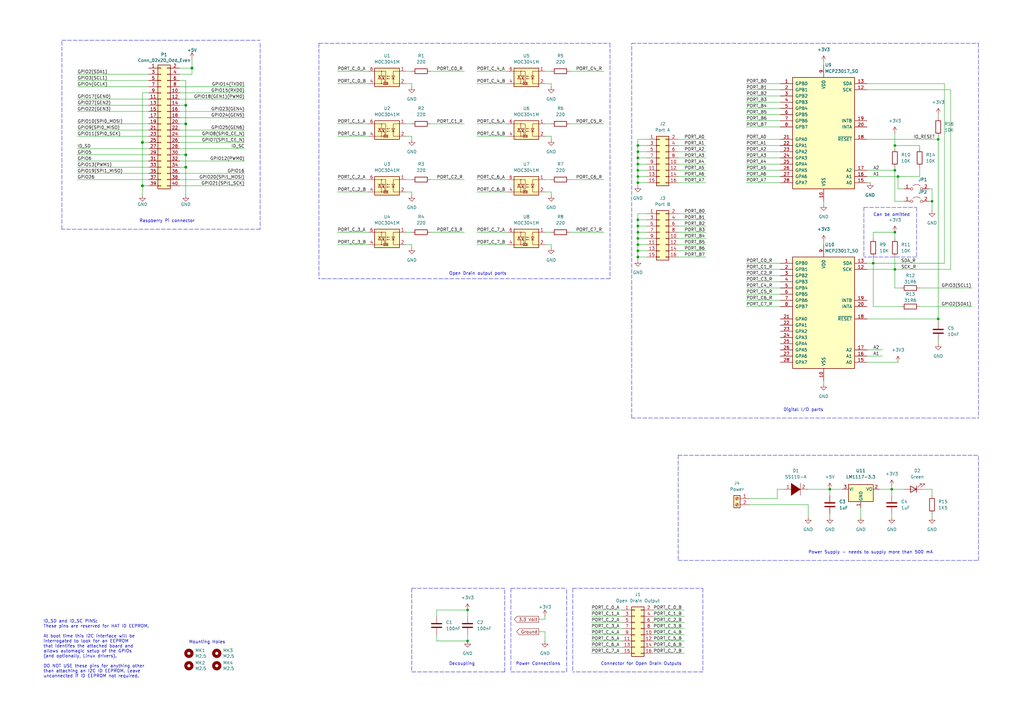
<source format=kicad_sch>
(kicad_sch (version 20211123) (generator eeschema)
  (paper "A3")
  (title_block (title "Digitial I/O Board for Raspberry Pi 3 based Open Tester") (date "2022-02-13") (rev "0.1") (company "Beech Grove"))
  (lib_symbols
    (symbol "Connector:Screw_Terminal_01x02" (pin_names (offset 1.016) hide)
      (property "Reference" "J" (at 0 2.54 0))
      (property "Value" "Screw_Terminal_01x02" (at 0 -5.08 0))
      (symbol "Screw_Terminal_01x02_1_1"
        (pin passive line (at -5.08 0 0) (length 3.81) (name "Pin_1") (number "1"))
        (pin passive line (at -5.08 -2.54 0) (length 3.81) (name "Pin_2") (number "2"))
      )
    )
    (symbol "Connector_Generic:Conn_02x08_Odd_Even" (pin_names (offset 1.016) hide)
      (property "Reference" "J" (at 1.27 10.16 0))
      (property "Value" "Conn_02x08_Odd_Even" (at 1.27 -12.7 0))
      (symbol "Conn_02x08_Odd_Even_1_1"
        (pin passive line (at -5.08 7.62 0) (length 3.81) (name "Pin_1") (number "1"))
        (pin passive line (at 7.62 -2.54 180) (length 3.81) (name "Pin_10") (number "10"))
        (pin passive line (at -5.08 -5.08 0) (length 3.81) (name "Pin_11") (number "11"))
        (pin passive line (at 7.62 -5.08 180) (length 3.81) (name "Pin_12") (number "12"))
        (pin passive line (at -5.08 -7.62 0) (length 3.81) (name "Pin_13") (number "13"))
        (pin passive line (at 7.62 -7.62 180) (length 3.81) (name "Pin_14") (number "14"))
        (pin passive line (at -5.08 -10.16 0) (length 3.81) (name "Pin_15") (number "15"))
        (pin passive line (at 7.62 -10.16 180) (length 3.81) (name "Pin_16") (number "16"))
        (pin passive line (at 7.62 7.62 180) (length 3.81) (name "Pin_2") (number "2"))
        (pin passive line (at -5.08 5.08 0) (length 3.81) (name "Pin_3") (number "3"))
        (pin passive line (at 7.62 5.08 180) (length 3.81) (name "Pin_4") (number "4"))
        (pin passive line (at -5.08 2.54 0) (length 3.81) (name "Pin_5") (number "5"))
        (pin passive line (at 7.62 2.54 180) (length 3.81) (name "Pin_6") (number "6"))
        (pin passive line (at -5.08 0 0) (length 3.81) (name "Pin_7") (number "7"))
        (pin passive line (at 7.62 0 180) (length 3.81) (name "Pin_8") (number "8"))
        (pin passive line (at -5.08 -2.54 0) (length 3.81) (name "Pin_9") (number "9"))
      )
    )
    (symbol "Connector_Generic:Conn_02x20_Odd_Even" (pin_names (offset 1.016) hide)
      (property "Reference" "J" (at 1.27 25.4 0))
      (property "Value" "Conn_02x20_Odd_Even" (at 1.27 -27.94 0))
      (symbol "Conn_02x20_Odd_Even_1_1"
        (pin passive line (at -5.08 22.86 0) (length 3.81) (name "Pin_1") (number "1"))
        (pin passive line (at 7.62 12.7 180) (length 3.81) (name "Pin_10") (number "10"))
        (pin passive line (at -5.08 10.16 0) (length 3.81) (name "Pin_11") (number "11"))
        (pin passive line (at 7.62 10.16 180) (length 3.81) (name "Pin_12") (number "12"))
        (pin passive line (at -5.08 7.62 0) (length 3.81) (name "Pin_13") (number "13"))
        (pin passive line (at 7.62 7.62 180) (length 3.81) (name "Pin_14") (number "14"))
        (pin passive line (at -5.08 5.08 0) (length 3.81) (name "Pin_15") (number "15"))
        (pin passive line (at 7.62 5.08 180) (length 3.81) (name "Pin_16") (number "16"))
        (pin passive line (at -5.08 2.54 0) (length 3.81) (name "Pin_17") (number "17"))
        (pin passive line (at 7.62 2.54 180) (length 3.81) (name "Pin_18") (number "18"))
        (pin passive line (at -5.08 0 0) (length 3.81) (name "Pin_19") (number "19"))
        (pin passive line (at 7.62 22.86 180) (length 3.81) (name "Pin_2") (number "2"))
        (pin passive line (at 7.62 0 180) (length 3.81) (name "Pin_20") (number "20"))
        (pin passive line (at -5.08 -2.54 0) (length 3.81) (name "Pin_21") (number "21"))
        (pin passive line (at 7.62 -2.54 180) (length 3.81) (name "Pin_22") (number "22"))
        (pin passive line (at -5.08 -5.08 0) (length 3.81) (name "Pin_23") (number "23"))
        (pin passive line (at 7.62 -5.08 180) (length 3.81) (name "Pin_24") (number "24"))
        (pin passive line (at -5.08 -7.62 0) (length 3.81) (name "Pin_25") (number "25"))
        (pin passive line (at 7.62 -7.62 180) (length 3.81) (name "Pin_26") (number "26"))
        (pin passive line (at -5.08 -10.16 0) (length 3.81) (name "Pin_27") (number "27"))
        (pin passive line (at 7.62 -10.16 180) (length 3.81) (name "Pin_28") (number "28"))
        (pin passive line (at -5.08 -12.7 0) (length 3.81) (name "Pin_29") (number "29"))
        (pin passive line (at -5.08 20.32 0) (length 3.81) (name "Pin_3") (number "3"))
        (pin passive line (at 7.62 -12.7 180) (length 3.81) (name "Pin_30") (number "30"))
        (pin passive line (at -5.08 -15.24 0) (length 3.81) (name "Pin_31") (number "31"))
        (pin passive line (at 7.62 -15.24 180) (length 3.81) (name "Pin_32") (number "32"))
        (pin passive line (at -5.08 -17.78 0) (length 3.81) (name "Pin_33") (number "33"))
        (pin passive line (at 7.62 -17.78 180) (length 3.81) (name "Pin_34") (number "34"))
        (pin passive line (at -5.08 -20.32 0) (length 3.81) (name "Pin_35") (number "35"))
        (pin passive line (at 7.62 -20.32 180) (length 3.81) (name "Pin_36") (number "36"))
        (pin passive line (at -5.08 -22.86 0) (length 3.81) (name "Pin_37") (number "37"))
        (pin passive line (at 7.62 -22.86 180) (length 3.81) (name "Pin_38") (number "38"))
        (pin passive line (at -5.08 -25.4 0) (length 3.81) (name "Pin_39") (number "39"))
        (pin passive line (at 7.62 20.32 180) (length 3.81) (name "Pin_4") (number "4"))
        (pin passive line (at 7.62 -25.4 180) (length 3.81) (name "Pin_40") (number "40"))
        (pin passive line (at -5.08 17.78 0) (length 3.81) (name "Pin_5") (number "5"))
        (pin passive line (at 7.62 17.78 180) (length 3.81) (name "Pin_6") (number "6"))
        (pin passive line (at -5.08 15.24 0) (length 3.81) (name "Pin_7") (number "7"))
        (pin passive line (at 7.62 15.24 180) (length 3.81) (name "Pin_8") (number "8"))
        (pin passive line (at -5.08 12.7 0) (length 3.81) (name "Pin_9") (number "9"))
      )
    )
    (symbol "Device:C" (pin_numbers hide) (pin_names (offset 0.254))
      (property "Reference" "C" (at 0.635 2.54 0))
      (property "Value" "C" (at 0.635 -2.54 0))
      (symbol "C_1_1"
        (pin passive line (at 0 3.81 270) (length 2.794) (name "~") (number "1"))
        (pin passive line (at 0 -3.81 90) (length 2.794) (name "~") (number "2"))
      )
    )
    (symbol "Device:LED" (pin_numbers hide) (pin_names (offset 1.016) hide)
      (property "Reference" "D" (at 0 2.54 0))
      (property "Value" "LED" (at 0 -2.54 0))
      (symbol "LED_1_1"
        (pin passive line (at -3.81 0 0) (length 2.54) (name "K") (number "1"))
        (pin passive line (at 3.81 0 180) (length 2.54) (name "A") (number "2"))
      )
    )
    (symbol "Device:R" (pin_numbers hide) (pin_names (offset 0))
      (property "Reference" "R" (at 2.032 0 90))
      (property "Value" "R" (at 0 0 90))
      (symbol "R_1_1"
        (pin passive line (at 0 3.81 270) (length 1.27) (name "~") (number "1"))
        (pin passive line (at 0 -3.81 90) (length 1.27) (name "~") (number "2"))
      )
    )
    (symbol "Interface_Expansion:MCP23017_SO" (pin_names (offset 1.016))
      (property "Reference" "U" (at -11.43 24.13 0))
      (property "Value" "MCP23017_SO" (at 0 0 0))
      (symbol "MCP23017_SO_1_1"
        (pin bidirectional line (at 17.78 20.32 180) (length 5.08) (name "GPB0") (number "1"))
        (pin power_in line (at 0 -27.94 90) (length 5.08) (name "VSS") (number "10"))
        (pin no_connect line (at -12.7 15.24 0) (length 5.08) hide (name "NC") (number "11"))
        (pin input line (at -17.78 17.78 0) (length 5.08) (name "SCK") (number "12"))
        (pin bidirectional line (at -17.78 20.32 0) (length 5.08) (name "SDA") (number "13"))
        (pin no_connect line (at -12.7 12.7 0) (length 5.08) hide (name "NC") (number "14"))
        (pin input line (at -17.78 -20.32 0) (length 5.08) (name "A0") (number "15"))
        (pin input line (at -17.78 -17.78 0) (length 5.08) (name "A1") (number "16"))
        (pin input line (at -17.78 -15.24 0) (length 5.08) (name "A2") (number "17"))
        (pin input line (at -17.78 -2.54 0) (length 5.08) (name "~{RESET}") (number "18"))
        (pin tri_state line (at -17.78 5.08 0) (length 5.08) (name "INTB") (number "19"))
        (pin bidirectional line (at 17.78 17.78 180) (length 5.08) (name "GPB1") (number "2"))
        (pin tri_state line (at -17.78 2.54 0) (length 5.08) (name "INTA") (number "20"))
        (pin bidirectional line (at 17.78 -2.54 180) (length 5.08) (name "GPA0") (number "21"))
        (pin bidirectional line (at 17.78 -5.08 180) (length 5.08) (name "GPA1") (number "22"))
        (pin bidirectional line (at 17.78 -7.62 180) (length 5.08) (name "GPA2") (number "23"))
        (pin bidirectional line (at 17.78 -10.16 180) (length 5.08) (name "GPA3") (number "24"))
        (pin bidirectional line (at 17.78 -12.7 180) (length 5.08) (name "GPA4") (number "25"))
        (pin bidirectional line (at 17.78 -15.24 180) (length 5.08) (name "GPA5") (number "26"))
        (pin bidirectional line (at 17.78 -17.78 180) (length 5.08) (name "GPA6") (number "27"))
        (pin bidirectional line (at 17.78 -20.32 180) (length 5.08) (name "GPA7") (number "28"))
        (pin bidirectional line (at 17.78 15.24 180) (length 5.08) (name "GPB2") (number "3"))
        (pin bidirectional line (at 17.78 12.7 180) (length 5.08) (name "GPB3") (number "4"))
        (pin bidirectional line (at 17.78 10.16 180) (length 5.08) (name "GPB4") (number "5"))
        (pin bidirectional line (at 17.78 7.62 180) (length 5.08) (name "GPB5") (number "6"))
        (pin bidirectional line (at 17.78 5.08 180) (length 5.08) (name "GPB6") (number "7"))
        (pin bidirectional line (at 17.78 2.54 180) (length 5.08) (name "GPB7") (number "8"))
        (pin power_in line (at 0 27.94 270) (length 5.08) (name "VDD") (number "9"))
      )
    )
    (symbol "Jumper:Jumper_2_Open" (pin_names (offset 0) hide)
      (property "Reference" "JP" (at 0 2.794 0))
      (property "Value" "Jumper_2_Open" (at 0 -2.286 0))
      (symbol "Jumper_2_Open_1_1"
        (pin passive line (at -5.08 0 0) (length 2.54) (name "A") (number "1"))
        (pin passive line (at 5.08 0 180) (length 2.54) (name "B") (number "2"))
      )
    )
    (symbol "Mechanical:MountingHole" (pin_names (offset 1.016))
      (property "Reference" "H" (at 0 5.08 0))
      (property "Value" "MountingHole" (at 0 3.175 0))
    )
    (symbol "Regulator_Linear:LM1117-3.3" (pin_names (offset 0.254))
      (property "Reference" "U" (at -3.81 3.175 0))
      (property "Value" "LM1117-3.3" (at 0 3.175 0))
      (symbol "LM1117-3.3_1_1"
        (pin power_in line (at 0 -7.62 90) (length 2.54) (name "GND") (number "1"))
        (pin power_out line (at 7.62 0 180) (length 2.54) (name "VO") (number "2"))
        (pin power_in line (at -7.62 0 0) (length 2.54) (name "VI") (number "3"))
      )
    )
    (symbol "Relay_SolidState:MOC3041M"
      (property "Reference" "U" (at -5.08 5.08 0))
      (property "Value" "MOC3041M" (at 0 5.08 0))
      (symbol "MOC3041M_0_0"
        (text "ZCD" (at 0.508 -2.54 0) (effects (font (size 0.508 0.508))))
      )
      (symbol "MOC3041M_1_1"
        (pin passive line (at -7.62 2.54 0) (length 2.54) (name "~") (number "1"))
        (pin passive line (at -7.62 -2.54 0) (length 2.54) (name "~") (number "2"))
        (pin no_connect line (at -5.08 0 0) (length 2.54) hide (name "NC") (number "3"))
        (pin passive line (at 7.62 -2.54 180) (length 2.54) (name "~") (number "4"))
        (pin no_connect line (at 5.08 0 180) (length 2.54) hide (name "NC") (number "5"))
        (pin passive line (at 7.62 2.54 180) (length 2.54) (name "~") (number "6"))
      )
    )
    (symbol "power:+3.3V" (power) (pin_names (offset 0))
      (property "Value" "+3.3V" (at 0 3.556 0))
      (symbol "+3.3V_1_1"
        (pin power_in line (at 0 0 90) (length 0) hide (name "+3V3") (number "1"))
      )
    )
    (symbol "power:+5V" (power) (pin_names (offset 0))
      (property "Value" "+5V" (at 0 3.556 0))
      (symbol "+5V_1_1"
        (pin power_in line (at 0 0 90) (length 0) hide (name "+5V") (number "1"))
      )
    )
    (symbol "power:GND" (power) (pin_names (offset 0))
      (property "Value" "GND" (at 0 -3.81 0))
      (symbol "GND_1_1"
        (pin power_in line (at 0 0 270) (length 0) hide (name "GND") (number "1"))
      )
    )
    (symbol "pspice:DIODE" (pin_names (offset 1.016) hide)
      (property "Reference" "D" (at 0 3.81 0))
      (property "Value" "DIODE" (at 0 -4.445 0))
      (symbol "DIODE_1_1"
        (pin input line (at -5.08 0 0) (length 3.81) (name "K") (number "1"))
        (pin input line (at 5.08 0 180) (length 3.81) (name "A") (number "2"))
      )
    )
  )
  (junction (at 340.36 200.66))
  (junction (at 261.62 67.31))
  (junction (at 367.03 95.25))
  (junction (at 261.62 90.17))
  (junction (at 367.03 69.85))
  (junction (at 76.2 43.18) (diameter 1.016))
  (junction (at 76.2 63.5) (diameter 1.016))
  (junction (at 261.62 95.25))
  (junction (at 261.62 74.93))
  (junction (at 368.3 72.39))
  (junction (at 76.2 50.8) (diameter 1.016))
  (junction (at 367.03 59.69))
  (junction (at 191.77 262.89))
  (junction (at 261.62 97.79))
  (junction (at 261.62 59.69))
  (junction (at 367.03 110.49))
  (junction (at 261.62 100.33))
  (junction (at 191.77 250.19))
  (junction (at 261.62 69.85))
  (junction (at 261.62 62.23))
  (junction (at 358.14 107.95))
  (junction (at 384.81 57.15))
  (junction (at 261.62 105.41))
  (junction (at 76.2 68.58) (diameter 1.016))
  (junction (at 261.62 64.77))
  (junction (at 382.27 82.55))
  (junction (at 78.74 27.94) (diameter 1.016))
  (junction (at 58.42 76.2) (diameter 1.016))
  (junction (at 384.81 130.81))
  (junction (at 261.62 92.71))
  (junction (at 365.76 200.66))
  (junction (at 261.62 102.87))
  (junction (at 261.62 72.39))
  (junction (at 58.42 58.42) (diameter 1.016))
  (wire (pts (xy 261.62 74.93) (xy 265.43 74.93)))
  (wire (pts (xy 261.62 102.87) (xy 261.62 105.41)))
  (wire (pts (xy 195.58 95.25) (xy 208.28 95.25)))
  (wire (pts (xy 353.06 208.28) (xy 353.06 212.09)))
  (wire (pts (xy 278.13 92.71) (xy 289.56 92.71)))
  (wire (pts (xy 191.77 250.19) (xy 191.77 252.73)))
  (wire (pts (xy 179.07 252.73) (xy 179.07 250.19)))
  (wire (pts (xy 226.06 55.88) (xy 226.06 57.15)))
  (wire (pts (xy 168.91 34.29) (xy 168.91 35.56)))
  (polyline (pts (xy 209.55 275.59) (xy 232.41 275.59)))
  (wire (pts (xy 367.03 69.85) (xy 367.03 82.55)))
  (wire (pts (xy 191.77 262.89) (xy 191.77 260.35)))
  (wire (pts (xy 73.66 71.12) (xy 100.33 71.12)))
  (polyline (pts (xy 130.81 17.78) (xy 250.19 17.78)))
  (wire (pts (xy 358.14 105.41) (xy 358.14 107.95)))
  (wire (pts (xy 78.74 27.94) (xy 78.74 30.48)))
  (wire (pts (xy 306.07 69.85) (xy 320.04 69.85)))
  (wire (pts (xy 261.62 69.85) (xy 265.43 69.85)))
  (wire (pts (xy 261.62 57.15) (xy 265.43 57.15)))
  (wire (pts (xy 278.13 59.69) (xy 289.56 59.69)))
  (wire (pts (xy 261.62 90.17) (xy 265.43 90.17)))
  (wire (pts (xy 261.62 105.41) (xy 265.43 105.41)))
  (wire (pts (xy 355.6 74.93) (xy 356.87 74.93)))
  (wire (pts (xy 355.6 110.49) (xy 367.03 110.49)))
  (wire (pts (xy 261.62 59.69) (xy 261.62 62.23)))
  (polyline (pts (xy 259.08 171.45) (xy 259.08 17.78)))
  (wire (pts (xy 378.46 200.66) (xy 382.27 200.66)))
  (wire (pts (xy 76.2 43.18) (xy 76.2 50.8)))
  (wire (pts (xy 138.43 95.25) (xy 151.13 95.25)))
  (wire (pts (xy 278.13 69.85) (xy 289.56 69.85)))
  (wire (pts (xy 73.66 35.56) (xy 100.33 35.56)))
  (wire (pts (xy 368.3 77.47) (xy 368.3 72.39)))
  (wire (pts (xy 367.03 60.96) (xy 367.03 59.69)))
  (polyline (pts (xy 250.19 114.3) (xy 130.81 114.3)))
  (wire (pts (xy 168.91 100.33) (xy 168.91 101.6)))
  (wire (pts (xy 138.43 29.21) (xy 151.13 29.21)))
  (wire (pts (xy 367.03 69.85) (xy 367.03 68.58)))
  (polyline (pts (xy 232.41 275.59) (xy 232.41 241.3)))
  (wire (pts (xy 278.13 97.79) (xy 289.56 97.79)))
  (polyline (pts (xy 259.08 17.78) (xy 401.32 17.78)))
  (wire (pts (xy 261.62 62.23) (xy 261.62 64.77)))
  (wire (pts (xy 381 77.47) (xy 382.27 77.47)))
  (wire (pts (xy 261.62 72.39) (xy 265.43 72.39)))
  (wire (pts (xy 261.62 74.93) (xy 261.62 76.2)))
  (wire (pts (xy 382.27 77.47) (xy 382.27 82.55)))
  (wire (pts (xy 355.6 72.39) (xy 368.3 72.39)))
  (wire (pts (xy 261.62 102.87) (xy 265.43 102.87)))
  (wire (pts (xy 331.47 200.66) (xy 340.36 200.66)))
  (polyline (pts (xy 259.08 171.45) (xy 401.32 171.45)))
  (wire (pts (xy 223.52 55.88) (xy 226.06 55.88)))
  (wire (pts (xy 76.2 33.02) (xy 73.66 33.02)))
  (wire (pts (xy 166.37 29.21) (xy 168.91 29.21)))
  (wire (pts (xy 73.66 66.04) (xy 100.33 66.04)))
  (wire (pts (xy 31.75 53.34) (xy 60.96 53.34)))
  (wire (pts (xy 195.58 34.29) (xy 208.28 34.29)))
  (wire (pts (xy 242.57 255.27) (xy 255.27 255.27)))
  (wire (pts (xy 261.62 100.33) (xy 265.43 100.33)))
  (wire (pts (xy 261.62 92.71) (xy 265.43 92.71)))
  (polyline (pts (xy 401.32 229.87) (xy 401.32 186.69)))
  (wire (pts (xy 60.96 60.96) (xy 31.75 60.96)))
  (wire (pts (xy 381 82.55) (xy 382.27 82.55)))
  (wire (pts (xy 138.43 78.74) (xy 151.13 78.74)))
  (wire (pts (xy 278.13 102.87) (xy 289.56 102.87)))
  (wire (pts (xy 76.2 43.18) (xy 73.66 43.18)))
  (wire (pts (xy 365.76 199.39) (xy 365.76 200.66)))
  (wire (pts (xy 306.07 36.83) (xy 320.04 36.83)))
  (wire (pts (xy 377.19 59.69) (xy 377.19 60.96)))
  (wire (pts (xy 278.13 105.41) (xy 289.56 105.41)))
  (wire (pts (xy 358.14 107.95) (xy 387.35 107.95)))
  (polyline (pts (xy 401.32 17.78) (xy 401.32 171.45)))
  (wire (pts (xy 377.19 72.39) (xy 377.19 68.58)))
  (wire (pts (xy 306.07 59.69) (xy 320.04 59.69)))
  (wire (pts (xy 31.75 63.5) (xy 60.96 63.5)))
  (wire (pts (xy 261.62 64.77) (xy 261.62 67.31)))
  (wire (pts (xy 306.07 57.15) (xy 320.04 57.15)))
  (wire (pts (xy 382.27 210.82) (xy 382.27 212.09)))
  (wire (pts (xy 306.07 44.45) (xy 320.04 44.45)))
  (wire (pts (xy 166.37 100.33) (xy 168.91 100.33)))
  (wire (pts (xy 58.42 38.1) (xy 60.96 38.1)))
  (wire (pts (xy 367.03 82.55) (xy 370.84 82.55)))
  (wire (pts (xy 358.14 125.73) (xy 358.14 107.95)))
  (wire (pts (xy 278.13 95.25) (xy 289.56 95.25)))
  (wire (pts (xy 267.97 255.27) (xy 280.67 255.27)))
  (wire (pts (xy 195.58 55.88) (xy 208.28 55.88)))
  (wire (pts (xy 76.2 50.8) (xy 73.66 50.8)))
  (wire (pts (xy 166.37 55.88) (xy 168.91 55.88)))
  (wire (pts (xy 60.96 30.48) (xy 31.75 30.48)))
  (wire (pts (xy 331.47 207.01) (xy 331.47 212.09)))
  (wire (pts (xy 220.98 259.08) (xy 223.52 259.08)))
  (wire (pts (xy 337.82 99.06) (xy 337.82 100.33)))
  (wire (pts (xy 73.66 76.2) (xy 100.33 76.2)))
  (wire (pts (xy 242.57 267.97) (xy 255.27 267.97)))
  (wire (pts (xy 242.57 260.35) (xy 255.27 260.35)))
  (wire (pts (xy 337.82 25.4) (xy 337.82 26.67)))
  (wire (pts (xy 387.35 34.29) (xy 387.35 107.95)))
  (wire (pts (xy 306.07 41.91) (xy 320.04 41.91)))
  (wire (pts (xy 138.43 55.88) (xy 151.13 55.88)))
  (wire (pts (xy 31.75 71.12) (xy 60.96 71.12)))
  (wire (pts (xy 195.58 29.21) (xy 208.28 29.21)))
  (wire (pts (xy 384.81 139.7) (xy 384.81 140.97)))
  (polyline (pts (xy 209.55 241.3) (xy 209.55 275.59)))
  (wire (pts (xy 31.75 45.72) (xy 60.96 45.72)))
  (wire (pts (xy 261.62 90.17) (xy 261.62 92.71)))
  (wire (pts (xy 223.52 254) (xy 223.52 252.73)))
  (wire (pts (xy 261.62 95.25) (xy 265.43 95.25)))
  (wire (pts (xy 242.57 257.81) (xy 255.27 257.81)))
  (wire (pts (xy 168.91 55.88) (xy 168.91 57.15)))
  (wire (pts (xy 179.07 250.19) (xy 191.77 250.19)))
  (polyline (pts (xy 278.13 229.87) (xy 401.32 229.87)))
  (wire (pts (xy 73.66 58.42) (xy 100.33 58.42)))
  (wire (pts (xy 31.75 73.66) (xy 60.96 73.66)))
  (wire (pts (xy 345.44 200.66) (xy 340.36 200.66)))
  (wire (pts (xy 306.07 52.07) (xy 320.04 52.07)))
  (wire (pts (xy 306.07 115.57) (xy 320.04 115.57)))
  (wire (pts (xy 267.97 252.73) (xy 280.67 252.73)))
  (wire (pts (xy 306.07 67.31) (xy 320.04 67.31)))
  (wire (pts (xy 382.27 200.66) (xy 382.27 203.2)))
  (wire (pts (xy 233.68 95.25) (xy 247.65 95.25)))
  (wire (pts (xy 318.77 204.47) (xy 307.34 204.47)))
  (polyline (pts (xy 25.4 93.98) (xy 25.4 16.51)))
  (wire (pts (xy 223.52 34.29) (xy 226.06 34.29)))
  (wire (pts (xy 367.03 54.61) (xy 367.03 59.69)))
  (wire (pts (xy 340.36 210.82) (xy 340.36 212.09)))
  (wire (pts (xy 261.62 59.69) (xy 265.43 59.69)))
  (wire (pts (xy 179.07 262.89) (xy 191.77 262.89)))
  (wire (pts (xy 306.07 120.65) (xy 320.04 120.65)))
  (wire (pts (xy 176.53 95.25) (xy 190.5 95.25)))
  (wire (pts (xy 261.62 95.25) (xy 261.62 97.79)))
  (wire (pts (xy 73.66 48.26) (xy 100.33 48.26)))
  (wire (pts (xy 355.6 148.59) (xy 368.3 148.59)))
  (polyline (pts (xy 354.33 85.09) (xy 375.92 85.09)))
  (polyline (pts (xy 288.29 241.3) (xy 288.29 275.59)))
  (wire (pts (xy 60.96 50.8) (xy 31.75 50.8)))
  (wire (pts (xy 31.75 33.02) (xy 60.96 33.02)))
  (wire (pts (xy 138.43 73.66) (xy 151.13 73.66)))
  (wire (pts (xy 76.2 63.5) (xy 76.2 68.58)))
  (wire (pts (xy 321.31 200.66) (xy 318.77 200.66)))
  (wire (pts (xy 233.68 73.66) (xy 247.65 73.66)))
  (polyline (pts (xy 375.92 105.41) (xy 354.33 105.41)))
  (wire (pts (xy 58.42 58.42) (xy 58.42 76.2)))
  (wire (pts (xy 306.07 39.37) (xy 320.04 39.37)))
  (wire (pts (xy 267.97 257.81) (xy 280.67 257.81)))
  (wire (pts (xy 223.52 100.33) (xy 226.06 100.33)))
  (wire (pts (xy 358.14 95.25) (xy 367.03 95.25)))
  (wire (pts (xy 78.74 27.94) (xy 73.66 27.94)))
  (polyline (pts (xy 278.13 186.69) (xy 401.32 186.69)))
  (wire (pts (xy 195.58 50.8) (xy 208.28 50.8)))
  (wire (pts (xy 367.03 59.69) (xy 377.19 59.69)))
  (wire (pts (xy 226.06 78.74) (xy 226.06 80.01)))
  (wire (pts (xy 261.62 64.77) (xy 265.43 64.77)))
  (wire (pts (xy 367.03 95.25) (xy 367.03 97.79)))
  (wire (pts (xy 176.53 50.8) (xy 190.5 50.8)))
  (polyline (pts (xy 354.33 85.09) (xy 354.33 105.41)))
  (wire (pts (xy 78.74 30.48) (xy 73.66 30.48)))
  (wire (pts (xy 337.82 82.55) (xy 337.82 83.82)))
  (wire (pts (xy 58.42 76.2) (xy 60.96 76.2)))
  (wire (pts (xy 306.07 74.93) (xy 320.04 74.93)))
  (wire (pts (xy 337.82 156.21) (xy 337.82 157.48)))
  (wire (pts (xy 307.34 207.01) (xy 331.47 207.01)))
  (wire (pts (xy 389.89 110.49) (xy 389.89 36.83)))
  (wire (pts (xy 370.84 77.47) (xy 368.3 77.47)))
  (wire (pts (xy 367.03 105.41) (xy 367.03 110.49)))
  (wire (pts (xy 278.13 62.23) (xy 289.56 62.23)))
  (wire (pts (xy 365.76 200.66) (xy 370.84 200.66)))
  (wire (pts (xy 267.97 262.89) (xy 280.67 262.89)))
  (wire (pts (xy 166.37 73.66) (xy 168.91 73.66)))
  (wire (pts (xy 58.42 38.1) (xy 58.42 58.42)))
  (wire (pts (xy 267.97 250.19) (xy 280.67 250.19)))
  (wire (pts (xy 261.62 67.31) (xy 265.43 67.31)))
  (wire (pts (xy 261.62 87.63) (xy 261.62 90.17)))
  (wire (pts (xy 138.43 100.33) (xy 151.13 100.33)))
  (wire (pts (xy 355.6 143.51) (xy 361.95 143.51)))
  (wire (pts (xy 73.66 53.34) (xy 100.33 53.34)))
  (wire (pts (xy 220.98 254) (xy 223.52 254)))
  (wire (pts (xy 223.52 73.66) (xy 226.06 73.66)))
  (wire (pts (xy 306.07 72.39) (xy 320.04 72.39)))
  (wire (pts (xy 261.62 57.15) (xy 261.62 59.69)))
  (polyline (pts (xy 106.68 17.78) (xy 106.68 93.98)))
  (wire (pts (xy 223.52 29.21) (xy 226.06 29.21)))
  (wire (pts (xy 223.52 78.74) (xy 226.06 78.74)))
  (wire (pts (xy 233.68 29.21) (xy 247.65 29.21)))
  (wire (pts (xy 306.07 49.53) (xy 320.04 49.53)))
  (polyline (pts (xy 250.19 17.78) (xy 250.19 114.3)))
  (wire (pts (xy 223.52 50.8) (xy 226.06 50.8)))
  (wire (pts (xy 278.13 64.77) (xy 289.56 64.77)))
  (wire (pts (xy 76.2 33.02) (xy 76.2 43.18)))
  (wire (pts (xy 195.58 100.33) (xy 208.28 100.33)))
  (wire (pts (xy 306.07 46.99) (xy 320.04 46.99)))
  (wire (pts (xy 226.06 34.29) (xy 226.06 35.56)))
  (wire (pts (xy 355.6 130.81) (xy 384.81 130.81)))
  (wire (pts (xy 76.2 63.5) (xy 73.66 63.5)))
  (wire (pts (xy 306.07 110.49) (xy 320.04 110.49)))
  (wire (pts (xy 365.76 210.82) (xy 365.76 212.09)))
  (wire (pts (xy 76.2 68.58) (xy 76.2 80.01)))
  (wire (pts (xy 261.62 97.79) (xy 261.62 100.33)))
  (wire (pts (xy 340.36 200.66) (xy 340.36 203.2)))
  (wire (pts (xy 31.75 55.88) (xy 60.96 55.88)))
  (wire (pts (xy 76.2 68.58) (xy 73.66 68.58)))
  (wire (pts (xy 31.75 66.04) (xy 60.96 66.04)))
  (polyline (pts (xy 288.29 275.59) (xy 234.95 275.59)))
  (wire (pts (xy 31.75 35.56) (xy 60.96 35.56)))
  (wire (pts (xy 369.57 118.11) (xy 367.03 118.11)))
  (wire (pts (xy 261.62 62.23) (xy 265.43 62.23)))
  (wire (pts (xy 360.68 200.66) (xy 365.76 200.66)))
  (wire (pts (xy 278.13 87.63) (xy 289.56 87.63)))
  (wire (pts (xy 195.58 73.66) (xy 208.28 73.66)))
  (wire (pts (xy 358.14 97.79) (xy 358.14 95.25)))
  (wire (pts (xy 223.52 259.08) (xy 223.52 262.89)))
  (wire (pts (xy 176.53 29.21) (xy 190.5 29.21)))
  (wire (pts (xy 223.52 95.25) (xy 226.06 95.25)))
  (wire (pts (xy 367.03 110.49) (xy 389.89 110.49)))
  (wire (pts (xy 368.3 72.39) (xy 377.19 72.39)))
  (wire (pts (xy 267.97 265.43) (xy 280.67 265.43)))
  (wire (pts (xy 242.57 250.19) (xy 255.27 250.19)))
  (polyline (pts (xy 375.92 85.09) (xy 375.92 105.41)))
  (wire (pts (xy 31.75 43.18) (xy 60.96 43.18)))
  (wire (pts (xy 58.42 76.2) (xy 58.42 80.01)))
  (wire (pts (xy 355.6 34.29) (xy 387.35 34.29)))
  (wire (pts (xy 166.37 50.8) (xy 168.91 50.8)))
  (wire (pts (xy 76.2 50.8) (xy 76.2 63.5)))
  (polyline (pts (xy 168.91 241.3) (xy 168.91 275.59)))
  (wire (pts (xy 278.13 72.39) (xy 289.56 72.39)))
  (polyline (pts (xy 234.95 241.3) (xy 288.29 241.3)))
  (wire (pts (xy 73.66 38.1) (xy 100.33 38.1)))
  (wire (pts (xy 355.6 69.85) (xy 367.03 69.85)))
  (wire (pts (xy 267.97 267.97) (xy 280.67 267.97)))
  (wire (pts (xy 318.77 200.66) (xy 318.77 204.47)))
  (wire (pts (xy 384.81 130.81) (xy 384.81 57.15)))
  (wire (pts (xy 278.13 67.31) (xy 289.56 67.31)))
  (wire (pts (xy 73.66 60.96) (xy 100.33 60.96)))
  (polyline (pts (xy 168.91 275.59) (xy 207.01 275.59)))
  (wire (pts (xy 195.58 78.74) (xy 208.28 78.74)))
  (wire (pts (xy 377.19 118.11) (xy 398.78 118.11)))
  (wire (pts (xy 73.66 40.64) (xy 100.33 40.64)))
  (wire (pts (xy 384.81 55.88) (xy 384.81 57.15)))
  (wire (pts (xy 242.57 262.89) (xy 255.27 262.89)))
  (wire (pts (xy 233.68 50.8) (xy 247.65 50.8)))
  (wire (pts (xy 73.66 55.88) (xy 100.33 55.88)))
  (wire (pts (xy 179.07 260.35) (xy 179.07 262.89)))
  (wire (pts (xy 306.07 113.03) (xy 320.04 113.03)))
  (wire (pts (xy 138.43 34.29) (xy 151.13 34.29)))
  (wire (pts (xy 306.07 62.23) (xy 320.04 62.23)))
  (wire (pts (xy 384.81 130.81) (xy 384.81 132.08)))
  (wire (pts (xy 355.6 146.05) (xy 361.95 146.05)))
  (wire (pts (xy 166.37 34.29) (xy 168.91 34.29)))
  (wire (pts (xy 226.06 100.33) (xy 226.06 101.6)))
  (wire (pts (xy 73.66 45.72) (xy 100.33 45.72)))
  (wire (pts (xy 60.96 40.64) (xy 31.75 40.64)))
  (wire (pts (xy 261.62 72.39) (xy 261.62 74.93)))
  (wire (pts (xy 168.91 78.74) (xy 168.91 80.01)))
  (wire (pts (xy 367.03 118.11) (xy 367.03 110.49)))
  (wire (pts (xy 377.19 125.73) (xy 398.78 125.73)))
  (wire (pts (xy 384.81 57.15) (xy 355.6 57.15)))
  (wire (pts (xy 389.89 36.83) (xy 355.6 36.83)))
  (wire (pts (xy 261.62 69.85) (xy 261.62 72.39)))
  (wire (pts (xy 166.37 95.25) (xy 168.91 95.25)))
  (wire (pts (xy 138.43 50.8) (xy 151.13 50.8)))
  (wire (pts (xy 278.13 74.93) (xy 289.56 74.93)))
  (polyline (pts (xy 278.13 186.69) (xy 278.13 229.87)))
  (wire (pts (xy 267.97 260.35) (xy 280.67 260.35)))
  (wire (pts (xy 306.07 123.19) (xy 320.04 123.19)))
  (wire (pts (xy 73.66 73.66) (xy 100.33 73.66)))
  (wire (pts (xy 382.27 82.55) (xy 382.27 86.36)))
  (wire (pts (xy 58.42 58.42) (xy 60.96 58.42)))
  (wire (pts (xy 261.62 87.63) (xy 265.43 87.63)))
  (wire (pts (xy 78.74 24.13) (xy 78.74 27.94)))
  (wire (pts (xy 355.6 107.95) (xy 358.14 107.95)))
  (wire (pts (xy 166.37 78.74) (xy 168.91 78.74)))
  (wire (pts (xy 306.07 125.73) (xy 320.04 125.73)))
  (wire (pts (xy 261.62 92.71) (xy 261.62 95.25)))
  (wire (pts (xy 369.57 125.73) (xy 358.14 125.73)))
  (polyline (pts (xy 168.91 241.3) (xy 207.01 241.3)))
  (wire (pts (xy 278.13 100.33) (xy 289.56 100.33)))
  (wire (pts (xy 306.07 107.95) (xy 320.04 107.95)))
  (wire (pts (xy 261.62 105.41) (xy 261.62 106.68)))
  (polyline (pts (xy 207.01 275.59) (xy 207.01 241.3)))
  (wire (pts (xy 384.81 46.99) (xy 384.81 48.26)))
  (polyline (pts (xy 130.81 17.78) (xy 130.81 114.3)))
  (wire (pts (xy 306.07 34.29) (xy 320.04 34.29)))
  (wire (pts (xy 365.76 200.66) (xy 365.76 203.2)))
  (wire (pts (xy 242.57 252.73) (xy 255.27 252.73)))
  (polyline (pts (xy 106.68 93.98) (xy 25.4 93.98)))
  (wire (pts (xy 261.62 97.79) (xy 265.43 97.79)))
  (wire (pts (xy 242.57 265.43) (xy 255.27 265.43)))
  (wire (pts (xy 261.62 67.31) (xy 261.62 69.85)))
  (polyline (pts (xy 25.4 16.51) (xy 106.68 16.51)))
  (wire (pts (xy 306.07 118.11) (xy 320.04 118.11)))
  (polyline (pts (xy 234.95 241.3) (xy 234.95 275.59)))
  (wire (pts (xy 60.96 68.58) (xy 31.75 68.58)))
  (wire (pts (xy 278.13 57.15) (xy 289.56 57.15)))
  (polyline (pts (xy 209.55 241.3) (xy 232.41 241.3)))
  (wire (pts (xy 261.62 100.33) (xy 261.62 102.87)))
  (wire (pts (xy 306.07 64.77) (xy 320.04 64.77)))
  (wire (pts (xy 278.13 90.17) (xy 289.56 90.17)))
  (wire (pts (xy 176.53 73.66) (xy 190.5 73.66)))
  (text "Can be omitted" (at 358.14 88.9 0) (effects (font (size 1.27 1.27)) (justify left bottom)))
  (text "Raspberry Pi connector" (at 57.15 91.44 0) (effects (font (size 1.27 1.27)) (justify left bottom)))
  (text "Connector for Open Drain Outputs" (at 246.38 273.05 0) (effects (font (size 1.27 1.27)) (justify left bottom)))
  (text "Power Supply - needs to supply more than 500 mA" (at 331.47 227.33 0) (effects (font (size 1.27 1.27)) (justify left bottom)))
  (text "Open Drain output ports" (at 184.15 113.03 0) (effects (font (size 1.27 1.27)) (justify left bottom)))
  (text "ID_SD and ID_SC PINS:\nThese pins are reserved for HAT ID EEPROM.\n\nAt boot time this I2C interface will be\ninterrogated to look for an EEPROM\nthat identifes the attached board and\nallows automagic setup of the GPIOs\n(and optionally, Linux drivers).\n\nDO NOT USE these pins for anything other\nthan attaching an I2C ID EEPROM. Leave\nunconnected if ID EEPROM not required." (at 17.78 278.13 0) (effects (font (size 1.27 1.27)) (justify left bottom)))
  (text "Digital I/O parts" (at 321.31 168.91 0) (effects (font (size 1.27 1.27)) (justify left bottom)))
  (text "Decoupling" (at 184.15 273.05 0) (effects (font (size 1.27 1.27)) (justify left bottom)))
  (text "Mounting Holes" (at 77.47 264.16 0) (effects (font (size 1.27 1.27)) (justify left bottom)))
  (text "Power Connections" (at 229.87 273.05 180) (effects (font (size 1.27 1.27)) (justify right bottom)))
  (label "A2" (at 358.14 69.85 0))
  (label "PORT_A4" (at 280.67 67.31 0))
  (label "PORT_C_4_A" (at 242.57 260.35 0))
  (label "PORT_C_6_A" (at 195.58 73.66 0))
  (label "IO_RESET" (at 374.65 57.15 0))
  (label "GPIO5" (at 31.75 63.5 0))
  (label "GPIO13(PWM1)" (at 31.75 68.58 0))
  (label "GPIO7(SPI1_CE_N)" (at 100.33 58.42 180))
  (label "PORT_C_5_B" (at 195.58 55.88 0))
  (label "GPIO25(GEN6)" (at 100.33 53.34 180))
  (label "ID_SD" (at 31.75 60.96 0))
  (label "GPIO17(GEN0)" (at 31.75 40.64 0))
  (label "PORT_B4" (at 306.07 44.45 0))
  (label "PORT_C_3_B" (at 138.43 100.33 0))
  (label "PORT_B3" (at 306.07 41.91 0))
  (label "PORT_C_2_B" (at 138.43 78.74 0))
  (label "PORT_B2" (at 306.07 39.37 0))
  (label "PORT_C_1_A" (at 138.43 50.8 0))
  (label "PORT_C_1_A" (at 242.57 252.73 0))
  (label "A1" (at 358.14 72.39 0))
  (label "GPIO20(SPI1_MOSI)" (at 100.33 73.66 180))
  (label "PORT_C_3_B" (at 267.97 257.81 0))
  (label "PORT_C6_R" (at 236.22 73.66 0))
  (label "PORT_C_0_A" (at 242.57 250.19 0))
  (label "PORT_A6" (at 306.07 72.39 0))
  (label "PORT_C2_R" (at 179.07 73.66 0))
  (label "PORT_C_6_B" (at 267.97 265.43 0))
  (label "PORT_C_7_A" (at 195.58 95.25 0))
  (label "GPIO15(RXD0)" (at 100.33 38.1 180))
  (label "PORT_C2_R" (at 306.07 113.03 0))
  (label "ID_SC" (at 100.33 60.96 180))
  (label "PORT_B1" (at 306.07 36.83 0))
  (label "PORT_C4_R" (at 306.07 118.11 0))
  (label "PORT_B6" (at 280.67 102.87 0))
  (label "PORT_B2" (at 280.67 92.71 0))
  (label "A2" (at 358.14 143.51 0))
  (label "PORT_C_7_B" (at 195.58 100.33 0))
  (label "PORT_C_4_B" (at 267.97 260.35 0))
  (label "PORT_C_0_B" (at 138.43 34.29 0))
  (label "GPIO4(GCLK)" (at 31.75 35.56 0))
  (label "PORT_A0" (at 306.07 57.15 0))
  (label "PORT_B7" (at 280.67 105.41 0))
  (label "PORT_C_5_A" (at 195.58 50.8 0))
  (label "PORT_B4" (at 280.67 97.79 0))
  (label "PORT_C5_R" (at 306.07 120.65 0))
  (label "PORT_C_1_B" (at 267.97 252.73 0))
  (label "PORT_C_7_B" (at 267.97 267.97 0))
  (label "GPIO19(SPI1_MISO)" (at 31.75 71.12 0))
  (label "GPIO16" (at 100.33 71.12 180))
  (label "PORT_C4_R" (at 236.22 29.21 0))
  (label "PORT_C_6_B" (at 195.58 78.74 0))
  (label "SCK_R" (at 369.57 110.49 0))
  (label "GPIO21(SPI1_SCK)" (at 100.33 76.2 180))
  (label "GPIO14(TXD0)" (at 100.33 35.56 180))
  (label "PORT_C1_R" (at 306.07 110.49 0))
  (label "PORT_C3_R" (at 179.07 95.25 0))
  (label "GPIO3(SCL1)" (at 31.75 33.02 0))
  (label "GPIO8(SPI0_CE_N)" (at 100.33 55.88 180))
  (label "PORT_A1" (at 306.07 59.69 0))
  (label "GPIO6" (at 31.75 66.04 0))
  (label "SDA_R" (at 369.57 107.95 0))
  (label "PORT_C7_R" (at 236.22 95.25 0))
  (label "PORT_A4" (at 306.07 67.31 0))
  (label "GPIO2(SDA1)" (at 386.08 125.73 0))
  (label "GPIO3(SCL1)" (at 386.08 118.11 0))
  (label "PORT_C_4_B" (at 195.58 34.29 0))
  (label "PORT_B7" (at 306.07 52.07 0))
  (label "PORT_B3" (at 280.67 95.25 0))
  (label "PORT_C_2_A" (at 138.43 73.66 0))
  (label "PORT_A3" (at 306.07 64.77 0))
  (label "PORT_C5_R" (at 236.22 50.8 0))
  (label "GPIO27(GEN2)" (at 31.75 43.18 0))
  (label "PORT_C_3_A" (at 138.43 95.25 0))
  (label "PORT_C_2_B" (at 267.97 255.27 0))
  (label "GPIO26" (at 31.75 73.66 0))
  (label "PORT_C1_R" (at 179.07 50.8 0))
  (label "PORT_C_5_B" (at 267.97 262.89 0))
  (label "PORT_C_3_A" (at 242.57 257.81 0))
  (label "PORT_B6" (at 306.07 49.53 0))
  (label "PORT_C_2_A" (at 242.57 255.27 0))
  (label "PORT_C_4_A" (at 195.58 29.21 0))
  (label "GPIO24(GEN5)" (at 100.33 48.26 180))
  (label "PORT_B5" (at 306.07 46.99 0))
  (label "PORT_A5" (at 306.07 69.85 0))
  (label "PORT_A7" (at 280.67 74.93 0))
  (label "PORT_B5" (at 280.67 100.33 0))
  (label "PORT_C0_R" (at 306.07 107.95 0))
  (label "GPIO18(GEN1)(PWM0)" (at 100.33 40.64 180))
  (label "PORT_A6" (at 280.67 72.39 0))
  (label "PORT_C_1_B" (at 138.43 55.88 0))
  (label "GPIO23(GEN4)" (at 100.33 45.72 180))
  (label "PORT_C6_R" (at 306.07 123.19 0))
  (label "GPIO9(SPI0_MISO)" (at 31.75 53.34 0))
  (label "A1" (at 358.14 146.05 0))
  (label "GPIO10(SPI0_MOSI)" (at 31.75 50.8 0))
  (label "GPIO12(PWM0)" (at 100.33 66.04 180))
  (label "PORT_A7" (at 306.07 74.93 0))
  (label "PORT_A3" (at 280.67 64.77 0))
  (label "PORT_B1" (at 280.67 90.17 0))
  (label "PORT_A5" (at 280.67 69.85 0))
  (label "PORT_C_0_B" (at 267.97 250.19 0))
  (label "PORT_C_6_A" (at 242.57 265.43 0))
  (label "GPIO2(SDA1)" (at 31.75 30.48 0))
  (label "GPIO22(GEN3)" (at 31.75 45.72 0))
  (label "PORT_B0" (at 280.67 87.63 0))
  (label "GPIO11(SPI0_SCK)" (at 31.75 55.88 0))
  (label "PORT_C_5_A" (at 242.57 262.89 0))
  (label "PORT_C7_R" (at 306.07 125.73 0))
  (label "PORT_A1" (at 280.67 59.69 0))
  (label "PORT_C0_R" (at 179.07 29.21 0))
  (label "PORT_A0" (at 280.67 57.15 0))
  (label "PORT_C_7_A" (at 242.57 267.97 0))
  (label "PORT_C3_R" (at 306.07 115.57 0))
  (label "PORT_C_0_A" (at 138.43 29.21 0))
  (label "PORT_A2" (at 280.67 62.23 0))
  (label "PORT_A2" (at 306.07 62.23 0))
  (label "PORT_B0" (at 306.07 34.29 0))
  (global_label "3.3 Volt" (shape output) (at 220.98 254 180) (property "Intersheet References" "${INTERSHEET_REFS}" (effects hide)))
  (global_label "Ground" (shape output) (at 220.98 259.08 180) (property "Intersheet References" "${INTERSHEET_REFS}" (effects hide)))
  (symbol (lib_id "power:+5V") (at 78.74 24.13 0) (unit 1)
    (property "Reference" "#PWR03" (effects hide))
    (property "Value" "+5V" (at 78.74 20.574 0))
  )
  (symbol (lib_id "power:GND") (at 76.2 80.01 0) (unit 1)
    (property "Reference" "#PWR02" (effects hide))
    (property "Value" "GND" (at 76.2 83.82 0))
  )
  (symbol (lib_id "power:GND") (at 58.42 80.01 0) (unit 1)
    (property "Reference" "#PWR01" (effects hide))
    (property "Value" "GND" (at 58.42 83.82 0))
  )
  (symbol (lib_id "Mechanical:MountingHole") (at 77.47 267.97 0) (unit 1)
    (property "Reference" "MK1" (at 80.01 266.8016 0) (effects (justify left)))
    (property "Value" "M2.5" (at 80.01 269.113 0) (effects (justify left)))
    (property "Footprint" "MountingHole:MountingHole_2.7mm_M2.5" (effects hide))
  )
  (symbol (lib_id "Mechanical:MountingHole") (at 88.9 267.97 0) (unit 1)
    (property "Reference" "MK3" (at 91.44 266.8016 0) (effects (justify left)))
    (property "Value" "M2.5" (at 91.44 269.113 0) (effects (justify left)))
    (property "Footprint" "MountingHole:MountingHole_2.7mm_M2.5" (effects hide))
  )
  (symbol (lib_id "Mechanical:MountingHole") (at 77.47 273.05 0) (unit 1)
    (property "Reference" "MK2" (at 80.01 271.8816 0) (effects (justify left)))
    (property "Value" "M2.5" (at 80.01 274.193 0) (effects (justify left)))
    (property "Footprint" "MountingHole:MountingHole_2.7mm_M2.5" (effects hide))
  )
  (symbol (lib_id "Mechanical:MountingHole") (at 88.9 273.05 0) (unit 1)
    (property "Reference" "MK4" (at 91.44 271.8816 0) (effects (justify left)))
    (property "Value" "M2.5" (at 91.44 274.193 0) (effects (justify left)))
    (property "Footprint" "MountingHole:MountingHole_2.7mm_M2.5" (effects hide))
  )
  (symbol (lib_id "Connector_Generic:Conn_02x20_Odd_Even") (at 66.04 50.8 0) (unit 1)
    (property "Reference" "P1" (at 67.31 22.4282 0))
    (property "Value" "Conn_02x20_Odd_Even" (at 67.31 24.7396 0))
    (property "Footprint" "Connector_PinSocket_2.54mm:PinSocket_2x20_P2.54mm_Vertical" (effects hide))
  )
  (symbol (lib_id "power:GND") (at 382.27 86.36 0) (unit 1)
    (property "Reference" "#PWR032" (effects hide))
    (property "Value" "GND" (at 382.27 91.44 0))
  )
  (symbol (lib_id "Device:R") (at 229.87 29.21 90) (unit 1)
    (property "Reference" "R5" (at 229.87 22.86 90))
    (property "Value" "220" (at 229.87 25.4 90))
    (property "Footprint" "Resistor_SMD:R_0805_2012Metric_Pad1.20x1.40mm_HandSolder" (effects hide))
  )
  (symbol (lib_id "Relay_SolidState:MOC3041M") (at 215.9 97.79 0) (mirror y) (unit 1)
    (property "Reference" "U8" (at 215.9 88.9 0))
    (property "Value" "MOC3041M" (at 215.9 91.44 0))
    (property "Footprint" "Package_DIP:DIP-6_W7.62mm_LongPads" (effects hide))
    (property "Datasheet" "https://www.onsemi.com/pub/Collateral/MOC3043M-D.pdf" (effects hide))
  )
  (symbol (lib_id "Device:R") (at 229.87 95.25 90) (unit 1)
    (property "Reference" "R8" (at 229.87 88.9 90))
    (property "Value" "220" (at 229.87 91.44 90))
    (property "Footprint" "Resistor_SMD:R_0805_2012Metric_Pad1.20x1.40mm_HandSolder" (effects hide))
  )
  (symbol (lib_id "power:GND") (at 223.52 262.89 0) (unit 1)
    (property "Reference" "#PWR011" (effects hide))
    (property "Value" "GND" (at 223.52 267.97 0))
  )
  (symbol (lib_id "Connector_Generic:Conn_02x08_Odd_Even") (at 270.51 64.77 0) (unit 1)
    (property "Reference" "J2" (at 271.78 50.8 0))
    (property "Value" "Port A" (at 271.78 53.34 0))
    (property "Footprint" "Connector_PinHeader_2.54mm:PinHeader_2x08_P2.54mm_Vertical" (effects hide))
  )
  (symbol (lib_id "Relay_SolidState:MOC3041M") (at 215.9 76.2 0) (mirror y) (unit 1)
    (property "Reference" "U7" (at 215.9 67.31 0))
    (property "Value" "MOC3041M" (at 215.9 69.85 0))
    (property "Footprint" "Package_DIP:DIP-6_W7.62mm_LongPads" (effects hide))
    (property "Datasheet" "https://www.onsemi.com/pub/Collateral/MOC3043M-D.pdf" (effects hide))
  )
  (symbol (lib_id "power:GND") (at 382.27 212.09 0) (unit 1)
    (property "Reference" "#PWR033" (effects hide))
    (property "Value" "GND" (at 382.27 217.17 0))
  )
  (symbol (lib_id "Device:R") (at 172.72 95.25 90) (unit 1)
    (property "Reference" "R4" (at 172.72 88.9 90))
    (property "Value" "220" (at 172.72 91.44 90))
    (property "Footprint" "Resistor_SMD:R_0805_2012Metric_Pad1.20x1.40mm_HandSolder" (effects hide))
  )
  (symbol (lib_id "Jumper:Jumper_2_Open") (at 375.92 77.47 0) (unit 1)
    (property "Reference" "JP1" (at 378.46 73.66 0))
    (property "Value" "Jumper_2_Open" (effects hide))
    (property "Footprint" "Connector_PinHeader_2.54mm:PinHeader_1x02_P2.54mm_Vertical" (effects hide))
  )
  (symbol (lib_id "power:+3.3V") (at 191.77 250.19 0) (unit 1)
    (property "Reference" "#PWR08" (effects hide))
    (property "Value" "+3.3V" (at 191.77 245.11 0))
  )
  (symbol (lib_id "power:GND") (at 226.06 57.15 0) (unit 1)
    (property "Reference" "#PWR013" (effects hide))
    (property "Value" "GND" (at 226.06 62.23 0))
  )
  (symbol (lib_id "Device:R") (at 172.72 29.21 90) (unit 1)
    (property "Reference" "R1" (at 172.72 22.86 90))
    (property "Value" "220" (at 172.72 25.4 90))
    (property "Footprint" "Resistor_SMD:R_0805_2012Metric_Pad1.20x1.40mm_HandSolder" (effects hide))
  )
  (symbol (lib_id "power:GND") (at 226.06 80.01 0) (unit 1)
    (property "Reference" "#PWR014" (effects hide))
    (property "Value" "GND" (at 226.06 85.09 0))
  )
  (symbol (lib_id "power:GND") (at 261.62 106.68 0) (unit 1)
    (property "Reference" "#PWR017" (effects hide))
    (property "Value" "GND" (at 261.62 111.76 0))
  )
  (symbol (lib_id "power:GND") (at 168.91 80.01 0) (unit 1)
    (property "Reference" "#PWR06" (effects hide))
    (property "Value" "GND" (at 168.91 85.09 0))
  )
  (symbol (lib_id "Relay_SolidState:MOC3041M") (at 158.75 31.75 0) (mirror y) (unit 1)
    (property "Reference" "U1" (at 158.75 22.86 0))
    (property "Value" "MOC3041M" (at 158.75 25.4 0))
    (property "Footprint" "Package_DIP:DIP-6_W7.62mm_LongPads" (effects hide))
    (property "Datasheet" "https://www.onsemi.com/pub/Collateral/MOC3043M-D.pdf" (effects hide))
  )
  (symbol (lib_id "Relay_SolidState:MOC3041M") (at 215.9 31.75 0) (mirror y) (unit 1)
    (property "Reference" "U5" (at 215.9 22.86 0))
    (property "Value" "MOC3041M" (at 215.9 25.4 0))
    (property "Footprint" "Package_DIP:DIP-6_W7.62mm_LongPads" (effects hide))
    (property "Datasheet" "https://www.onsemi.com/pub/Collateral/MOC3043M-D.pdf" (effects hide))
  )
  (symbol (lib_id "power:GND") (at 168.91 57.15 0) (unit 1)
    (property "Reference" "#PWR05" (effects hide))
    (property "Value" "GND" (at 168.91 62.23 0))
  )
  (symbol (lib_id "power:+3.3V") (at 384.81 46.99 0) (unit 1)
    (property "Reference" "#PWR034" (effects hide))
    (property "Value" "+3.3V" (at 384.81 41.91 0))
  )
  (symbol (lib_id "power:+5V") (at 340.36 200.66 0) (unit 1)
    (property "Reference" "#PWR023" (effects hide))
    (property "Value" "+5V" (at 340.36 195.58 0))
  )
  (symbol (lib_id "power:GND") (at 365.76 212.09 0) (unit 1)
    (property "Reference" "#PWR028" (effects hide))
    (property "Value" "GND" (at 365.76 217.17 0))
  )
  (symbol (lib_id "power:GND") (at 331.47 212.09 0) (unit 1)
    (property "Reference" "#PWR018" (effects hide))
    (property "Value" "GND" (at 331.47 217.17 0))
  )
  (symbol (lib_id "power:GND") (at 384.81 140.97 0) (unit 1)
    (property "Reference" "#PWR035" (effects hide))
    (property "Value" "GND" (at 384.81 146.05 0))
  )
  (symbol (lib_id "power:GND") (at 168.91 101.6 0) (unit 1)
    (property "Reference" "#PWR07" (effects hide))
    (property "Value" "GND" (at 168.91 106.68 0))
  )
  (symbol (lib_id "power:+3.3V") (at 365.76 199.39 0) (unit 1)
    (property "Reference" "#PWR027" (effects hide))
    (property "Value" "+3.3V" (at 365.76 194.31 0))
  )
  (symbol (lib_id "Device:R") (at 358.14 101.6 0) (unit 1)
    (property "Reference" "R9" (at 360.68 100.3299 0) (effects (justify left)))
    (property "Value" "10K" (at 360.68 102.8699 0) (effects (justify left)))
    (property "Footprint" "Resistor_SMD:R_0805_2012Metric_Pad1.20x1.40mm_HandSolder" (effects hide))
  )
  (symbol (lib_id "Device:R") (at 377.19 64.77 0) (unit 1)
    (property "Reference" "R14" (at 379.73 63.4999 0) (effects (justify left)))
    (property "Value" "10K" (at 379.73 66.0399 0) (effects (justify left)))
    (property "Footprint" "Resistor_SMD:R_0805_2012Metric_Pad1.20x1.40mm_HandSolder" (effects hide))
  )
  (symbol (lib_id "Device:C") (at 365.76 207.01 0) (unit 1)
    (property "Reference" "C4" (at 369.57 205.7399 0) (effects (justify left)))
    (property "Value" "1uF" (at 369.57 208.2799 0) (effects (justify left)))
    (property "Footprint" "Capacitor_SMD:C_0805_2012Metric_Pad1.18x1.45mm_HandSolder" (effects hide))
  )
  (symbol (lib_id "power:+3.3V") (at 368.3 148.59 0) (unit 1)
    (property "Reference" "#PWR031" (effects hide))
    (property "Value" "+3.3V" (at 368.3 143.51 0))
  )
  (symbol (lib_id "Device:R") (at 384.81 52.07 0) (unit 1)
    (property "Reference" "R16" (at 387.35 50.7999 0) (effects (justify left)))
    (property "Value" "10K" (at 387.35 53.3399 0) (effects (justify left)))
    (property "Footprint" "Resistor_SMD:R_0805_2012Metric_Pad1.20x1.40mm_HandSolder" (effects hide))
  )
  (symbol (lib_id "Device:LED") (at 374.65 200.66 180) (unit 1)
    (property "Reference" "D2" (at 376.2375 193.04 0))
    (property "Value" "Green" (at 376.2375 195.58 0))
    (property "Footprint" "LED_SMD:LED_0805_2012Metric_Pad1.15x1.40mm_HandSolder" (effects hide))
  )
  (symbol (lib_id "power:+3.3V") (at 223.52 252.73 0) (unit 1)
    (property "Reference" "#PWR010" (effects hide))
    (property "Value" "+3.3V" (at 223.52 248.92 0))
  )
  (symbol (lib_id "Device:R") (at 367.03 101.6 0) (unit 1)
    (property "Reference" "R11" (at 369.57 100.3299 0) (effects (justify left)))
    (property "Value" "10K" (at 369.57 102.8699 0) (effects (justify left)))
    (property "Footprint" "Resistor_SMD:R_0805_2012Metric_Pad1.20x1.40mm_HandSolder" (effects hide))
  )
  (symbol (lib_id "Jumper:Jumper_2_Open") (at 375.92 82.55 0) (unit 1)
    (property "Reference" "JP2" (at 378.46 78.74 0))
    (property "Value" "Jumper_2_Open" (effects hide))
    (property "Footprint" "Connector_PinHeader_2.54mm:PinHeader_1x02_P2.54mm_Vertical" (effects hide))
  )
  (symbol (lib_id "Device:C") (at 340.36 207.01 0) (unit 1)
    (property "Reference" "C3" (at 344.17 205.7399 0) (effects (justify left)))
    (property "Value" "1uF" (at 344.17 208.2799 0) (effects (justify left)))
    (property "Footprint" "Capacitor_SMD:C_0805_2012Metric_Pad1.18x1.45mm_HandSolder" (effects hide))
  )
  (symbol (lib_id "power:GND") (at 340.36 212.09 0) (unit 1)
    (property "Reference" "#PWR024" (effects hide))
    (property "Value" "GND" (at 340.36 217.17 0))
  )
  (symbol (lib_id "power:GND") (at 356.87 74.93 0) (unit 1)
    (property "Reference" "#PWR026" (effects hide))
    (property "Value" "GND" (at 356.87 80.01 0))
  )
  (symbol (lib_id "Device:R") (at 373.38 125.73 90) (unit 1)
    (property "Reference" "R13" (at 373.38 120.65 90))
    (property "Value" "31R6" (at 373.38 123.19 90))
    (property "Footprint" "Resistor_SMD:R_0805_2012Metric_Pad1.20x1.40mm_HandSolder" (effects hide))
  )
  (symbol (lib_id "power:GND") (at 337.82 83.82 0) (unit 1)
    (property "Reference" "#PWR020" (effects hide))
    (property "Value" "GND" (at 337.82 88.9 0))
  )
  (symbol (lib_id "Device:R") (at 229.87 73.66 90) (unit 1)
    (property "Reference" "R7" (at 229.87 67.31 90))
    (property "Value" "220" (at 229.87 69.85 90))
    (property "Footprint" "Resistor_SMD:R_0805_2012Metric_Pad1.20x1.40mm_HandSolder" (effects hide))
  )
  (symbol (lib_id "Device:R") (at 229.87 50.8 90) (unit 1)
    (property "Reference" "R6" (at 229.87 44.45 90))
    (property "Value" "220" (at 229.87 46.99 90))
    (property "Footprint" "Resistor_SMD:R_0805_2012Metric_Pad1.20x1.40mm_HandSolder" (effects hide))
  )
  (symbol (lib_id "power:GND") (at 191.77 262.89 0) (unit 1)
    (property "Reference" "#PWR09" (effects hide))
    (property "Value" "GND" (at 191.77 267.97 0))
  )
  (symbol (lib_id "Connector_Generic:Conn_02x08_Odd_Even") (at 260.35 257.81 0) (unit 1)
    (property "Reference" "J1" (at 261.62 243.84 0))
    (property "Value" "Open Drain Output" (at 261.62 246.38 0))
    (property "Footprint" "Connector_PinHeader_2.54mm:PinHeader_2x08_P2.54mm_Vertical" (effects hide))
  )
  (symbol (lib_id "Device:C") (at 191.77 256.54 0) (unit 1)
    (property "Reference" "C2" (at 195.58 255.2699 0) (effects (justify left)))
    (property "Value" "100nF" (at 195.58 257.8099 0) (effects (justify left)))
    (property "Footprint" "Capacitor_SMD:C_0805_2012Metric_Pad1.18x1.45mm_HandSolder" (effects hide))
  )
  (symbol (lib_id "Device:R") (at 367.03 64.77 0) (unit 1)
    (property "Reference" "R10" (at 369.57 63.4999 0) (effects (justify left)))
    (property "Value" "10K" (at 369.57 66.0399 0) (effects (justify left)))
    (property "Footprint" "Resistor_SMD:R_0805_2012Metric_Pad1.20x1.40mm_HandSolder" (effects hide))
  )
  (symbol (lib_id "power:+3.3V") (at 367.03 54.61 0) (unit 1)
    (property "Reference" "#PWR029" (effects hide))
    (property "Value" "+3.3V" (at 367.03 49.53 0))
  )
  (symbol (lib_id "power:GND") (at 261.62 76.2 0) (unit 1)
    (property "Reference" "#PWR016" (effects hide))
    (property "Value" "GND" (at 261.62 81.28 0))
  )
  (symbol (lib_id "Connector_Generic:Conn_02x08_Odd_Even") (at 270.51 95.25 0) (unit 1)
    (property "Reference" "J3" (at 271.78 81.28 0))
    (property "Value" "Port B" (at 271.78 83.82 0))
    (property "Footprint" "Connector_PinHeader_2.54mm:PinHeader_2x08_P2.54mm_Vertical" (effects hide))
  )
  (symbol (lib_id "Relay_SolidState:MOC3041M") (at 158.75 97.79 0) (mirror y) (unit 1)
    (property "Reference" "U4" (at 158.75 88.9 0))
    (property "Value" "MOC3041M" (at 158.75 91.44 0))
    (property "Footprint" "Package_DIP:DIP-6_W7.62mm_LongPads" (effects hide))
    (property "Datasheet" "https://www.onsemi.com/pub/Collateral/MOC3043M-D.pdf" (effects hide))
  )
  (symbol (lib_id "Device:R") (at 172.72 73.66 90) (unit 1)
    (property "Reference" "R3" (at 172.72 67.31 90))
    (property "Value" "220" (at 172.72 69.85 90))
    (property "Footprint" "Resistor_SMD:R_0805_2012Metric_Pad1.20x1.40mm_HandSolder" (effects hide))
  )
  (symbol (lib_id "power:+3.3V") (at 337.82 99.06 0) (unit 1)
    (property "Reference" "#PWR021" (effects hide))
    (property "Value" "+3.3V" (at 337.82 93.98 0))
  )
  (symbol (lib_id "Regulator_Linear:LM1117-3.3") (at 353.06 200.66 0) (unit 1)
    (property "Reference" "U11" (at 353.06 193.04 0))
    (property "Value" "LM1117-3.3" (at 353.06 195.58 0))
    (property "Footprint" "Package_TO_SOT_THT:TO-220-3_Horizontal_TabDown" (effects hide))
    (property "Datasheet" "http://www.ti.com/lit/ds/symlink/lm1117.pdf" (effects hide))
  )
  (symbol (lib_id "Device:C") (at 384.81 135.89 0) (unit 1)
    (property "Reference" "C5" (at 388.62 134.6199 0) (effects (justify left)))
    (property "Value" "10nF" (at 388.62 137.1599 0) (effects (justify left)))
    (property "Footprint" "Capacitor_SMD:C_0805_2012Metric_Pad1.18x1.45mm_HandSolder" (effects hide))
  )
  (symbol (lib_id "Device:C") (at 179.07 256.54 0) (unit 1)
    (property "Reference" "C1" (at 182.88 255.2699 0) (effects (justify left)))
    (property "Value" "100nF" (at 182.88 257.8099 0) (effects (justify left)))
    (property "Footprint" "Capacitor_SMD:C_0805_2012Metric_Pad1.18x1.45mm_HandSolder" (effects hide))
  )
  (symbol (lib_id "power:GND") (at 226.06 35.56 0) (unit 1)
    (property "Reference" "#PWR012" (effects hide))
    (property "Value" "GND" (at 226.06 40.64 0))
  )
  (symbol (lib_id "power:GND") (at 337.82 157.48 0) (unit 1)
    (property "Reference" "#PWR022" (effects hide))
    (property "Value" "GND" (at 337.82 162.56 0))
  )
  (symbol (lib_id "power:GND") (at 353.06 212.09 0) (unit 1)
    (property "Reference" "#PWR025" (effects hide))
    (property "Value" "GND" (at 353.06 217.17 0))
  )
  (symbol (lib_id "Connector:Screw_Terminal_01x02") (at 302.26 204.47 0) (mirror y) (unit 1)
    (property "Reference" "J4" (at 302.26 198.12 0))
    (property "Value" "Power" (at 302.26 200.66 0))
    (property "Footprint" "TerminalBlock:TerminalBlock_bornier-2_P5.08mm" (effects hide))
  )
  (symbol (lib_id "power:GND") (at 226.06 101.6 0) (unit 1)
    (property "Reference" "#PWR015" (effects hide))
    (property "Value" "GND" (at 226.06 106.68 0))
  )
  (symbol (lib_id "Relay_SolidState:MOC3041M") (at 215.9 53.34 0) (mirror y) (unit 1)
    (property "Reference" "U6" (at 215.9 44.45 0))
    (property "Value" "MOC3041M" (at 215.9 46.99 0))
    (property "Footprint" "Package_DIP:DIP-6_W7.62mm_LongPads" (effects hide))
    (property "Datasheet" "https://www.onsemi.com/pub/Collateral/MOC3043M-D.pdf" (effects hide))
  )
  (symbol (lib_id "power:GND") (at 168.91 35.56 0) (unit 1)
    (property "Reference" "#PWR04" (effects hide))
    (property "Value" "GND" (at 168.91 40.64 0))
  )
  (symbol (lib_id "Relay_SolidState:MOC3041M") (at 158.75 53.34 0) (mirror y) (unit 1)
    (property "Reference" "U2" (at 158.75 44.45 0))
    (property "Value" "MOC3041M" (at 158.75 46.99 0))
    (property "Footprint" "Package_DIP:DIP-6_W7.62mm_LongPads" (effects hide))
    (property "Datasheet" "https://www.onsemi.com/pub/Collateral/MOC3043M-D.pdf" (effects hide))
  )
  (symbol (lib_id "Device:R") (at 172.72 50.8 90) (unit 1)
    (property "Reference" "R2" (at 172.72 44.45 90))
    (property "Value" "220" (at 172.72 46.99 90))
    (property "Footprint" "Resistor_SMD:R_0805_2012Metric_Pad1.20x1.40mm_HandSolder" (effects hide))
  )
  (symbol (lib_id "Relay_SolidState:MOC3041M") (at 158.75 76.2 0) (mirror y) (unit 1)
    (property "Reference" "U3" (at 158.75 67.31 0))
    (property "Value" "MOC3041M" (at 158.75 69.85 0))
    (property "Footprint" "Package_DIP:DIP-6_W7.62mm_LongPads" (effects hide))
    (property "Datasheet" "https://www.onsemi.com/pub/Collateral/MOC3043M-D.pdf" (effects hide))
  )
  (symbol (lib_id "Device:R") (at 382.27 207.01 0) (unit 1)
    (property "Reference" "R15" (at 384.81 205.7399 0) (effects (justify left)))
    (property "Value" "1K5" (at 384.81 208.2799 0) (effects (justify left)))
    (property "Footprint" "Resistor_SMD:R_0805_2012Metric_Pad1.20x1.40mm_HandSolder" (effects hide))
  )
  (symbol (lib_id "Interface_Expansion:MCP23017_SO") (at 337.82 54.61 0) (mirror y) (unit 1)
    (property "Reference" "U9" (at 338.3406 26.67 0) (effects (justify right)))
    (property "Value" "MCP23017_SO" (at 338.3406 29.21 0) (effects (justify right)))
    (property "Footprint" "Package_SO:SOIC-28W_7.5x17.9mm_P1.27mm" (effects hide))
    (property "Datasheet" "http://ww1.microchip.com/downloads/en/DeviceDoc/20001952C.pdf" (effects hide))
  )
  (symbol (lib_id "Interface_Expansion:MCP23017_SO") (at 337.82 128.27 0) (mirror y) (unit 1)
    (property "Reference" "U10" (at 338.3406 100.33 0) (effects (justify right)))
    (property "Value" "MCP23017_SO" (at 338.3406 102.87 0) (effects (justify right)))
    (property "Footprint" "Package_SO:SOIC-28W_7.5x17.9mm_P1.27mm" (effects hide))
    (property "Datasheet" "http://ww1.microchip.com/downloads/en/DeviceDoc/20001952C.pdf" (effects hide))
  )
  (symbol (lib_id "power:+3.3V") (at 337.82 25.4 0) (unit 1)
    (property "Reference" "#PWR019" (effects hide))
    (property "Value" "+3.3V" (at 337.82 20.32 0))
  )
  (symbol (lib_id "Device:R") (at 373.38 118.11 90) (unit 1)
    (property "Reference" "R12" (at 373.38 113.03 90))
    (property "Value" "31R6" (at 373.38 115.57 90))
    (property "Footprint" "Resistor_SMD:R_0805_2012Metric_Pad1.20x1.40mm_HandSolder" (effects hide))
  )
  (symbol (lib_id "power:+3.3V") (at 367.03 95.25 0) (unit 1)
    (property "Reference" "#PWR030" (effects hide))
    (property "Value" "+3.3V" (at 367.03 90.17 0))
  )
  (symbol (lib_id "pspice:DIODE") (at 326.39 200.66 0) (unit 1)
    (property "Reference" "D1" (at 326.39 193.04 0))
    (property "Value" "SS110-A" (at 326.39 195.58 0))
    (property "Footprint" "Diode_SMD:D_SMA-SMB_Universal_Handsoldering" (effects hide))
  )
)
</source>
